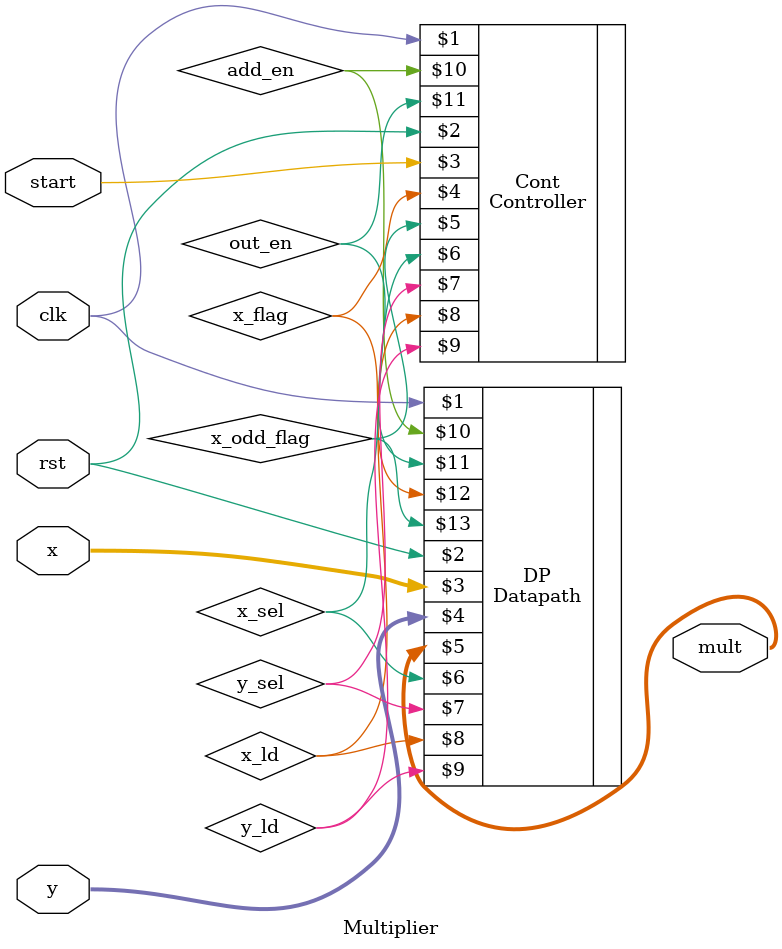
<source format=sv>
module Multiplier(
    input logic [15:0]x,y,
    input logic start,clk,rst,
    output logic [31:0]mult
    );
    logic x_sel,y_sel,x_ld,y_ld,add_en,out_en,x_flag,x_odd_flag;
    
    Datapath DP(clk,rst,x,y,mult,x_sel,y_sel,x_ld,y_ld,add_en,out_en,x_flag,x_odd_flag);
    
    Controller Cont(clk,rst,start,x_flag,x_odd_flag,x_sel,y_sel,x_ld,y_ld,add_en,out_en);
    
endmodule

</source>
